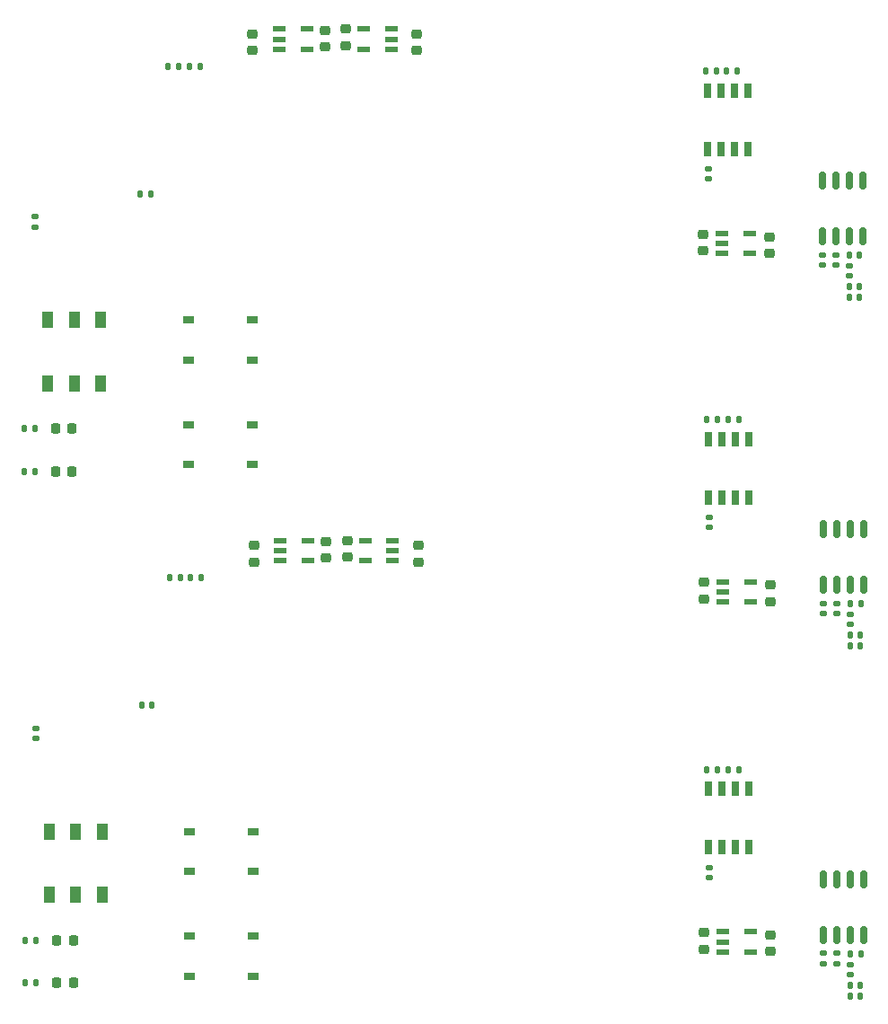
<source format=gbr>
%TF.GenerationSoftware,KiCad,Pcbnew,7.0.5*%
%TF.CreationDate,2024-04-05T19:26:40+09:00*%
%TF.ProjectId,ikafly_rev0a_p_cut,696b6166-6c79-45f7-9265-7630615f705f,rev?*%
%TF.SameCoordinates,Original*%
%TF.FileFunction,Paste,Bot*%
%TF.FilePolarity,Positive*%
%FSLAX46Y46*%
G04 Gerber Fmt 4.6, Leading zero omitted, Abs format (unit mm)*
G04 Created by KiCad (PCBNEW 7.0.5) date 2024-04-05 19:26:40*
%MOMM*%
%LPD*%
G01*
G04 APERTURE LIST*
G04 Aperture macros list*
%AMRoundRect*
0 Rectangle with rounded corners*
0 $1 Rounding radius*
0 $2 $3 $4 $5 $6 $7 $8 $9 X,Y pos of 4 corners*
0 Add a 4 corners polygon primitive as box body*
4,1,4,$2,$3,$4,$5,$6,$7,$8,$9,$2,$3,0*
0 Add four circle primitives for the rounded corners*
1,1,$1+$1,$2,$3*
1,1,$1+$1,$4,$5*
1,1,$1+$1,$6,$7*
1,1,$1+$1,$8,$9*
0 Add four rect primitives between the rounded corners*
20,1,$1+$1,$2,$3,$4,$5,0*
20,1,$1+$1,$4,$5,$6,$7,0*
20,1,$1+$1,$6,$7,$8,$9,0*
20,1,$1+$1,$8,$9,$2,$3,0*%
G04 Aperture macros list end*
%ADD10RoundRect,0.218750X0.218750X0.256250X-0.218750X0.256250X-0.218750X-0.256250X0.218750X-0.256250X0*%
%ADD11RoundRect,0.140000X-0.140000X-0.170000X0.140000X-0.170000X0.140000X0.170000X-0.140000X0.170000X0*%
%ADD12RoundRect,0.135000X0.135000X0.185000X-0.135000X0.185000X-0.135000X-0.185000X0.135000X-0.185000X0*%
%ADD13RoundRect,0.225000X-0.250000X0.225000X-0.250000X-0.225000X0.250000X-0.225000X0.250000X0.225000X0*%
%ADD14RoundRect,0.135000X-0.135000X-0.185000X0.135000X-0.185000X0.135000X0.185000X-0.135000X0.185000X0*%
%ADD15RoundRect,0.140000X-0.170000X0.140000X-0.170000X-0.140000X0.170000X-0.140000X0.170000X0.140000X0*%
%ADD16R,1.000000X0.750000*%
%ADD17R,1.000000X1.500000*%
%ADD18RoundRect,0.147500X-0.147500X-0.172500X0.147500X-0.172500X0.147500X0.172500X-0.147500X0.172500X0*%
%ADD19RoundRect,0.225000X0.250000X-0.225000X0.250000X0.225000X-0.250000X0.225000X-0.250000X-0.225000X0*%
%ADD20R,1.200000X0.600000*%
%ADD21RoundRect,0.150000X0.150000X-0.675000X0.150000X0.675000X-0.150000X0.675000X-0.150000X-0.675000X0*%
%ADD22R,0.750000X1.400000*%
%ADD23RoundRect,0.140000X0.170000X-0.140000X0.170000X0.140000X-0.170000X0.140000X-0.170000X-0.140000X0*%
G04 APERTURE END LIST*
D10*
%TO.C,D1*%
X145287500Y-130330000D03*
X143712500Y-130330000D03*
%TD*%
D11*
%TO.C,C55*%
X151720000Y-108200000D03*
X152680000Y-108200000D03*
%TD*%
D12*
%TO.C,R25*%
X207921400Y-48400000D03*
X206901400Y-48400000D03*
%TD*%
D11*
%TO.C,C30*%
X218440600Y-68757500D03*
X219400600Y-68757500D03*
%TD*%
D13*
%TO.C,C34*%
X204740000Y-129615000D03*
X204740000Y-131165000D03*
%TD*%
D14*
%TO.C,R15*%
X140740000Y-134330000D03*
X141760000Y-134330000D03*
%TD*%
D15*
%TO.C,C54*%
X141800000Y-110340000D03*
X141800000Y-111300000D03*
%TD*%
D16*
%TO.C,S1*%
X162250000Y-120080000D03*
X156250000Y-120080000D03*
X162250000Y-123830000D03*
X156250000Y-123830000D03*
%TD*%
D14*
%TO.C,R7*%
X156350000Y-96140000D03*
X157370000Y-96140000D03*
%TD*%
D15*
%TO.C,C28*%
X205240000Y-123480000D03*
X205240000Y-124440000D03*
%TD*%
D10*
%TO.C,D1*%
X145187500Y-82130000D03*
X143612500Y-82130000D03*
%TD*%
D13*
%TO.C,C17*%
X177700000Y-44925000D03*
X177700000Y-46475000D03*
%TD*%
D17*
%TO.C,S3*%
X147900000Y-77880000D03*
X145400000Y-77880000D03*
X142900000Y-77880000D03*
X142900000Y-71880000D03*
X145400000Y-71880000D03*
X147900000Y-71880000D03*
%TD*%
D16*
%TO.C,S2*%
X162250000Y-129955000D03*
X156250000Y-129955000D03*
X162250000Y-133705000D03*
X156250000Y-133705000D03*
%TD*%
D14*
%TO.C,R15*%
X140640000Y-86130000D03*
X141660000Y-86130000D03*
%TD*%
D12*
%TO.C,R26*%
X206050000Y-81240000D03*
X205030000Y-81240000D03*
%TD*%
D13*
%TO.C,C34*%
X204640000Y-63775000D03*
X204640000Y-65325000D03*
%TD*%
D15*
%TO.C,C32*%
X217296000Y-131580000D03*
X217296000Y-132540000D03*
%TD*%
%TO.C,C33*%
X216026000Y-98580000D03*
X216026000Y-99540000D03*
%TD*%
D18*
%TO.C,L4*%
X218535800Y-135613500D03*
X219505800Y-135613500D03*
%TD*%
D14*
%TO.C,R14*%
X140640000Y-82130000D03*
X141660000Y-82130000D03*
%TD*%
D13*
%TO.C,C18*%
X171010000Y-44460000D03*
X171010000Y-46010000D03*
%TD*%
D16*
%TO.C,S2*%
X162150000Y-81755000D03*
X156150000Y-81755000D03*
X162150000Y-85505000D03*
X156150000Y-85505000D03*
%TD*%
D14*
%TO.C,R7*%
X156250000Y-47940000D03*
X157270000Y-47940000D03*
%TD*%
D19*
%TO.C,C19*%
X169100000Y-94300000D03*
X169100000Y-92750000D03*
%TD*%
D12*
%TO.C,R26*%
X205950000Y-48400000D03*
X204930000Y-48400000D03*
%TD*%
D16*
%TO.C,S1*%
X162150000Y-71880000D03*
X156150000Y-71880000D03*
X162150000Y-75630000D03*
X156150000Y-75630000D03*
%TD*%
D11*
%TO.C,C55*%
X151620000Y-60000000D03*
X152580000Y-60000000D03*
%TD*%
D15*
%TO.C,C33*%
X215926000Y-65740000D03*
X215926000Y-66700000D03*
%TD*%
D20*
%TO.C,IC14*%
X206440000Y-65600000D03*
X206440000Y-64650000D03*
X206440000Y-63700000D03*
X209040000Y-63700000D03*
X209040000Y-65600000D03*
%TD*%
D21*
%TO.C,IC13*%
X219840000Y-96842500D03*
X218570000Y-96842500D03*
X217300000Y-96842500D03*
X216030000Y-96842500D03*
X216030000Y-91592500D03*
X217300000Y-91592500D03*
X218570000Y-91592500D03*
X219840000Y-91592500D03*
%TD*%
D14*
%TO.C,R14*%
X140740000Y-130330000D03*
X141760000Y-130330000D03*
%TD*%
D15*
%TO.C,C54*%
X141700000Y-62140000D03*
X141700000Y-63100000D03*
%TD*%
D13*
%TO.C,C17*%
X177800000Y-93125000D03*
X177800000Y-94675000D03*
%TD*%
D12*
%TO.C,R26*%
X206050000Y-114240000D03*
X205030000Y-114240000D03*
%TD*%
D18*
%TO.C,L4*%
X218535800Y-102613500D03*
X219505800Y-102613500D03*
%TD*%
D15*
%TO.C,C28*%
X205240000Y-90480000D03*
X205240000Y-91440000D03*
%TD*%
D20*
%TO.C,IC14*%
X206540000Y-98440000D03*
X206540000Y-97490000D03*
X206540000Y-96540000D03*
X209140000Y-96540000D03*
X209140000Y-98440000D03*
%TD*%
D13*
%TO.C,C16*%
X162300000Y-93125000D03*
X162300000Y-94675000D03*
%TD*%
%TO.C,C16*%
X162200000Y-44925000D03*
X162200000Y-46475000D03*
%TD*%
D20*
%TO.C,IC7*%
X164700000Y-46350000D03*
X164700000Y-45400000D03*
X164700000Y-44450000D03*
X167300000Y-44450000D03*
X167300000Y-46350000D03*
%TD*%
D19*
%TO.C,C36*%
X210940000Y-65575000D03*
X210940000Y-64025000D03*
%TD*%
D15*
%TO.C,C33*%
X216026000Y-131580000D03*
X216026000Y-132540000D03*
%TD*%
D20*
%TO.C,IC6*%
X175400000Y-92650000D03*
X175400000Y-93600000D03*
X175400000Y-94550000D03*
X172800000Y-94550000D03*
X172800000Y-92650000D03*
%TD*%
D15*
%TO.C,C28*%
X205140000Y-57640000D03*
X205140000Y-58600000D03*
%TD*%
D18*
%TO.C,L4*%
X218435800Y-69773500D03*
X219405800Y-69773500D03*
%TD*%
D15*
%TO.C,C32*%
X217296000Y-98580000D03*
X217296000Y-99540000D03*
%TD*%
D22*
%TO.C,IC12*%
X208999166Y-88590000D03*
X207729166Y-88590000D03*
X206459166Y-88590000D03*
X205189166Y-88590000D03*
X205189166Y-83090000D03*
X206459166Y-83090000D03*
X207729166Y-83090000D03*
X208999166Y-83090000D03*
%TD*%
D23*
%TO.C,C31*%
X218591400Y-133576300D03*
X218591400Y-132616300D03*
%TD*%
D19*
%TO.C,C19*%
X169000000Y-46100000D03*
X169000000Y-44550000D03*
%TD*%
D14*
%TO.C,R6*%
X154240000Y-47940000D03*
X155260000Y-47940000D03*
%TD*%
D10*
%TO.C,D2*%
X145287500Y-134330000D03*
X143712500Y-134330000D03*
%TD*%
D12*
%TO.C,R25*%
X208021400Y-81240000D03*
X207001400Y-81240000D03*
%TD*%
D11*
%TO.C,C30*%
X218540600Y-101597500D03*
X219500600Y-101597500D03*
%TD*%
D21*
%TO.C,IC13*%
X219840000Y-129842500D03*
X218570000Y-129842500D03*
X217300000Y-129842500D03*
X216030000Y-129842500D03*
X216030000Y-124592500D03*
X217300000Y-124592500D03*
X218570000Y-124592500D03*
X219840000Y-124592500D03*
%TD*%
D23*
%TO.C,C31*%
X218491400Y-67736300D03*
X218491400Y-66776300D03*
%TD*%
D22*
%TO.C,IC12*%
X208999166Y-121590000D03*
X207729166Y-121590000D03*
X206459166Y-121590000D03*
X205189166Y-121590000D03*
X205189166Y-116090000D03*
X206459166Y-116090000D03*
X207729166Y-116090000D03*
X208999166Y-116090000D03*
%TD*%
D11*
%TO.C,C30*%
X218540600Y-134597500D03*
X219500600Y-134597500D03*
%TD*%
D12*
%TO.C,R25*%
X208021400Y-114240000D03*
X207001400Y-114240000D03*
%TD*%
D18*
%TO.C,L5*%
X218463600Y-65760300D03*
X219433600Y-65760300D03*
%TD*%
D23*
%TO.C,C31*%
X218591400Y-100576300D03*
X218591400Y-99616300D03*
%TD*%
D20*
%TO.C,IC14*%
X206540000Y-131440000D03*
X206540000Y-130490000D03*
X206540000Y-129540000D03*
X209140000Y-129540000D03*
X209140000Y-131440000D03*
%TD*%
D18*
%TO.C,L5*%
X218563600Y-131600300D03*
X219533600Y-131600300D03*
%TD*%
D20*
%TO.C,IC7*%
X164800000Y-94550000D03*
X164800000Y-93600000D03*
X164800000Y-92650000D03*
X167400000Y-92650000D03*
X167400000Y-94550000D03*
%TD*%
D21*
%TO.C,IC13*%
X219740000Y-64002500D03*
X218470000Y-64002500D03*
X217200000Y-64002500D03*
X215930000Y-64002500D03*
X215930000Y-58752500D03*
X217200000Y-58752500D03*
X218470000Y-58752500D03*
X219740000Y-58752500D03*
%TD*%
D15*
%TO.C,C32*%
X217196000Y-65740000D03*
X217196000Y-66700000D03*
%TD*%
D14*
%TO.C,R6*%
X154340000Y-96140000D03*
X155360000Y-96140000D03*
%TD*%
D20*
%TO.C,IC6*%
X175300000Y-44450000D03*
X175300000Y-45400000D03*
X175300000Y-46350000D03*
X172700000Y-46350000D03*
X172700000Y-44450000D03*
%TD*%
D22*
%TO.C,IC12*%
X208899166Y-55750000D03*
X207629166Y-55750000D03*
X206359166Y-55750000D03*
X205089166Y-55750000D03*
X205089166Y-50250000D03*
X206359166Y-50250000D03*
X207629166Y-50250000D03*
X208899166Y-50250000D03*
%TD*%
D19*
%TO.C,C36*%
X211040000Y-131415000D03*
X211040000Y-129865000D03*
%TD*%
D10*
%TO.C,D2*%
X145187500Y-86130000D03*
X143612500Y-86130000D03*
%TD*%
D13*
%TO.C,C34*%
X204740000Y-96615000D03*
X204740000Y-98165000D03*
%TD*%
D18*
%TO.C,L5*%
X218563600Y-98600300D03*
X219533600Y-98600300D03*
%TD*%
D17*
%TO.C,S3*%
X148000000Y-126080000D03*
X145500000Y-126080000D03*
X143000000Y-126080000D03*
X143000000Y-120080000D03*
X145500000Y-120080000D03*
X148000000Y-120080000D03*
%TD*%
D19*
%TO.C,C36*%
X211040000Y-98415000D03*
X211040000Y-96865000D03*
%TD*%
D13*
%TO.C,C18*%
X171110000Y-92660000D03*
X171110000Y-94210000D03*
%TD*%
M02*

</source>
